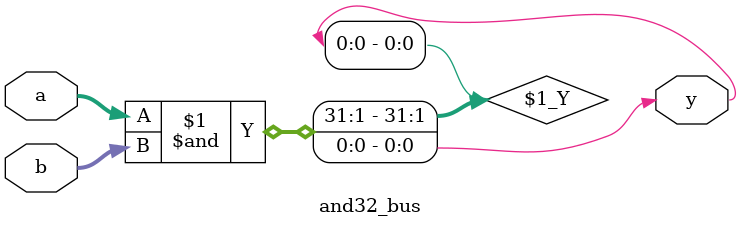
<source format=v>
module and32_bus(
                 input [31:0] a,
                 input [31:0] b,
                 output y
                 );
   assign y = a & b;
endmodule // and32_bus

</source>
